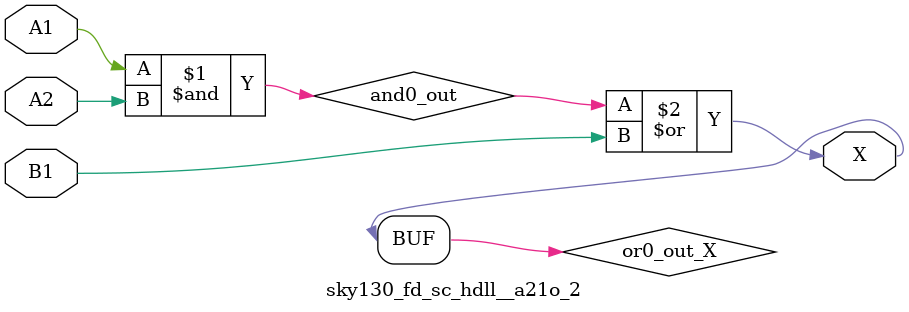
<source format=v>
/*
 * Copyright 2020 The SkyWater PDK Authors
 *
 * Licensed under the Apache License, Version 2.0 (the "License");
 * you may not use this file except in compliance with the License.
 * You may obtain a copy of the License at
 *
 *     https://www.apache.org/licenses/LICENSE-2.0
 *
 * Unless required by applicable law or agreed to in writing, software
 * distributed under the License is distributed on an "AS IS" BASIS,
 * WITHOUT WARRANTIES OR CONDITIONS OF ANY KIND, either express or implied.
 * See the License for the specific language governing permissions and
 * limitations under the License.
 *
 * SPDX-License-Identifier: Apache-2.0
*/


`ifndef SKY130_FD_SC_HDLL__A21O_2_FUNCTIONAL_V
`define SKY130_FD_SC_HDLL__A21O_2_FUNCTIONAL_V

/**
 * a21o: 2-input AND into first input of 2-input OR.
 *
 *       X = ((A1 & A2) | B1)
 *
 * Verilog simulation functional model.
 */

`timescale 1ns / 1ps
`default_nettype none

`celldefine
module sky130_fd_sc_hdll__a21o_2 (
    X ,
    A1,
    A2,
    B1
);

    // Module ports
    output X ;
    input  A1;
    input  A2;
    input  B1;

    // Local signals
    wire and0_out ;
    wire or0_out_X;

    //  Name  Output     Other arguments
    and and0 (and0_out , A1, A2         );
    or  or0  (or0_out_X, and0_out, B1   );
    buf buf0 (X        , or0_out_X      );

endmodule
`endcelldefine

`default_nettype wire
`endif  // SKY130_FD_SC_HDLL__A21O_2_FUNCTIONAL_V

</source>
